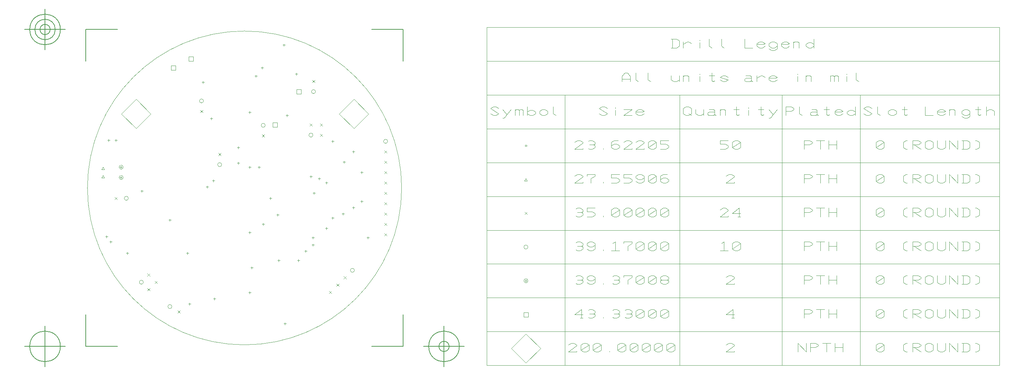
<source format=gbr>
G04 Generated by Ultiboard 13.0 *
%FSLAX25Y25*%
%MOIN*%

%ADD10C,0.00001*%
%ADD11C,0.00039*%
%ADD12C,0.00394*%
%ADD13C,0.00005*%
%ADD14C,0.00500*%


G04 ColorRGB 000000 for the following layer *
%LNDrill Symbols-Copper Top-Copper Bottom*%
%LPD*%
G54D11*
X429819Y-80000D02*
X432181Y-80000D01*
X431000Y-81181D02*
X431000Y-78819D01*
X429819Y-6000D02*
X432181Y-6000D01*
X431000Y-7181D02*
X431000Y-4819D01*
X440819Y-26000D02*
X443181Y-26000D01*
X442000Y-27181D02*
X442000Y-24819D01*
X231819Y-114000D02*
X234181Y-114000D01*
X233000Y-115181D02*
X233000Y-112819D01*
X383819Y-182000D02*
X386181Y-182000D01*
X385000Y-183181D02*
X385000Y-180819D01*
X439819Y-75969D02*
X442181Y-75969D01*
X441000Y-77150D02*
X441000Y-74787D01*
X304819Y51000D02*
X307181Y51000D01*
X306000Y49819D02*
X306000Y52181D01*
X312819Y16000D02*
X315181Y16000D01*
X314000Y14819D02*
X314000Y17181D01*
X349819Y22000D02*
X352181Y22000D01*
X351000Y20819D02*
X351000Y23181D01*
X449819Y-70000D02*
X452181Y-70000D01*
X451000Y-71181D02*
X451000Y-68819D01*
X449819Y-16000D02*
X452181Y-16000D01*
X451000Y-17181D02*
X451000Y-14819D01*
X463819Y-99000D02*
X466181Y-99000D01*
X465000Y-100181D02*
X465000Y-97819D01*
X457819Y-64000D02*
X460181Y-64000D01*
X459000Y-65181D02*
X459000Y-62819D01*
X457819Y-36000D02*
X460181Y-36000D01*
X459000Y-37181D02*
X459000Y-34819D01*
X423819Y-90000D02*
X426181Y-90000D01*
X425000Y-91181D02*
X425000Y-88819D01*
X423819Y-46000D02*
X426181Y-46000D01*
X425000Y-47181D02*
X425000Y-44819D01*
X416819Y-42000D02*
X419181Y-42000D01*
X418000Y-43181D02*
X418000Y-40819D01*
X408819Y-40000D02*
X411181Y-40000D01*
X410000Y-41181D02*
X410000Y-38819D01*
X315819Y-158000D02*
X318181Y-158000D01*
X317000Y-159181D02*
X317000Y-156819D01*
X349819Y-152000D02*
X352181Y-152000D01*
X351000Y-153181D02*
X351000Y-150819D01*
X308819Y-50000D02*
X311181Y-50000D01*
X310000Y-51181D02*
X310000Y-48819D01*
X291819Y-163000D02*
X294181Y-163000D01*
X293000Y-164181D02*
X293000Y-161819D01*
X394819Y59000D02*
X397181Y59000D01*
X396000Y57819D02*
X396000Y60181D01*
X385819Y19000D02*
X388181Y19000D01*
X387000Y17819D02*
X387000Y20181D01*
X355819Y57000D02*
X358181Y57000D01*
X357000Y55819D02*
X357000Y58181D01*
X382819Y87000D02*
X385181Y87000D01*
X384000Y85819D02*
X384000Y88181D01*
X361819Y65000D02*
X364181Y65000D01*
X363000Y63819D02*
X363000Y66181D01*
X252334Y-136166D02*
X254808Y-133691D01*
X252334Y-133691D02*
X254808Y-136166D01*
X259405Y-143237D02*
X261880Y-140763D01*
X259405Y-140763D02*
X261880Y-143237D01*
X252334Y-150308D02*
X254808Y-147834D01*
X252334Y-147834D02*
X254808Y-150308D01*
X244542Y-142000D02*
G75*
D01*
G02X244542Y-142000I1958J0*
G01*
X272042Y-165500D02*
G75*
D01*
G02X272042Y-165500I1958J0*
G01*
X281423Y-171737D02*
X283898Y-169263D01*
X281423Y-169263D02*
X283898Y-171737D01*
X408763Y8763D02*
X411237Y11237D01*
X408763Y11237D02*
X411237Y8763D01*
X418763Y-1237D02*
X421237Y1237D01*
X418763Y1237D02*
X421237Y-1237D01*
X408042Y0D02*
G75*
D01*
G02X408042Y0I1958J0*
G01*
X418763Y8763D02*
X421237Y11237D01*
X418763Y11237D02*
X421237Y8763D01*
X302542Y33000D02*
G75*
D01*
G02X302542Y33000I1958J0*
G01*
X303263Y21763D02*
X305737Y24237D01*
X303263Y24237D02*
X305737Y21763D01*
X427549Y-152951D02*
X430024Y-150476D01*
X427549Y-150476D02*
X430024Y-152951D01*
X441692Y-138808D02*
X444166Y-136334D01*
X441692Y-136334D02*
X444166Y-138808D01*
X434620Y-145880D02*
X437095Y-143405D01*
X434620Y-143405D02*
X437095Y-145880D01*
X448042Y-130500D02*
G75*
D01*
G02X448042Y-130500I1958J0*
G01*
X338850Y-12000D02*
X341213Y-12000D01*
X340031Y-13181D02*
X340031Y-10819D01*
X213819Y-5000D02*
X216181Y-5000D01*
X215000Y-6181D02*
X215000Y-3819D01*
X220819Y-5000D02*
X223181Y-5000D01*
X222000Y-6181D02*
X222000Y-3819D01*
X245819Y-54000D02*
X248181Y-54000D01*
X247000Y-55181D02*
X247000Y-52819D01*
X362042Y9500D02*
G75*
D01*
G02X362042Y9500I1958J0*
G01*
X362763Y-1737D02*
X365237Y737D01*
X362763Y737D02*
X365237Y-1737D01*
X338819Y-27000D02*
X341181Y-27000D01*
X340000Y-28181D02*
X340000Y-25819D01*
X272819Y-82000D02*
X275181Y-82000D01*
X274000Y-83181D02*
X274000Y-80819D01*
X377819Y-121000D02*
X380181Y-121000D01*
X379000Y-122181D02*
X379000Y-119819D01*
X314819Y-44000D02*
X317181Y-44000D01*
X316000Y-45181D02*
X316000Y-42819D01*
X410819Y-106000D02*
X413181Y-106000D01*
X412000Y-107181D02*
X412000Y-104819D01*
X410819Y-99000D02*
X413181Y-99000D01*
X412000Y-100181D02*
X412000Y-97819D01*
X351819Y-128000D02*
X354181Y-128000D01*
X353000Y-129181D02*
X353000Y-126819D01*
X411819Y-56000D02*
X414181Y-56000D01*
X413000Y-57181D02*
X413000Y-54819D01*
X208173Y-33390D02*
X210929Y-33390D01*
X209551Y-31037D01*
X208173Y-33390D01*
X208173Y-41264D02*
X210929Y-41264D01*
X209551Y-38911D01*
X208173Y-41264D01*
X230042Y-61000D02*
G75*
D01*
G02X230042Y-61000I1958J0*
G01*
X220763Y-62237D02*
X223237Y-59763D01*
X220763Y-59763D02*
X223237Y-62237D01*
X411263Y50763D02*
X413737Y53237D01*
X411263Y53237D02*
X413737Y50763D01*
X410542Y42000D02*
G75*
D01*
G02X410542Y42000I1958J0*
G01*
X480042Y-6000D02*
G75*
D01*
G02X480042Y-6000I1958J0*
G01*
X480763Y-87237D02*
X483237Y-84763D01*
X480763Y-84763D02*
X483237Y-87237D01*
X480763Y-17237D02*
X483237Y-14763D01*
X480763Y-14763D02*
X483237Y-17237D01*
X480763Y-27237D02*
X483237Y-24763D01*
X480763Y-24763D02*
X483237Y-27237D01*
X480763Y-67237D02*
X483237Y-64763D01*
X480763Y-64763D02*
X483237Y-67237D01*
X480763Y-37237D02*
X483237Y-34763D01*
X480763Y-34763D02*
X483237Y-37237D01*
X480763Y-47237D02*
X483237Y-44763D01*
X480763Y-44763D02*
X483237Y-47237D01*
X480763Y-57237D02*
X483237Y-54763D01*
X480763Y-54763D02*
X483237Y-57237D01*
X480763Y-97237D02*
X483237Y-94763D01*
X480763Y-94763D02*
X483237Y-97237D01*
X480763Y-77237D02*
X483237Y-74763D01*
X480763Y-74763D02*
X483237Y-77237D01*
X320042Y-28500D02*
G75*
D01*
G02X320042Y-28500I1958J0*
G01*
X320763Y-19737D02*
X323237Y-17263D01*
X320763Y-17263D02*
X323237Y-19737D01*
X369819Y-61000D02*
X372181Y-61000D01*
X371000Y-62181D02*
X371000Y-59819D01*
X396819Y-121000D02*
X399181Y-121000D01*
X398000Y-122181D02*
X398000Y-119819D01*
X349819Y-31000D02*
X352181Y-31000D01*
X351000Y-32181D02*
X351000Y-29819D01*
X289819Y-114000D02*
X292181Y-114000D01*
X291000Y-115181D02*
X291000Y-112819D01*
X362819Y-86000D02*
X365181Y-86000D01*
X364000Y-87181D02*
X364000Y-84819D01*
X215819Y-103000D02*
X218181Y-103000D01*
X217000Y-104181D02*
X217000Y-101819D01*
X211819Y-98000D02*
X214181Y-98000D01*
X213000Y-99181D02*
X213000Y-96819D01*
X349819Y-94000D02*
X352181Y-94000D01*
X351000Y-95181D02*
X351000Y-92819D01*
X376819Y-77000D02*
X379181Y-77000D01*
X378000Y-78181D02*
X378000Y-75819D01*
X403819Y-112000D02*
X406181Y-112000D01*
X405000Y-113181D02*
X405000Y-110819D01*
X358819Y-31000D02*
X361181Y-31000D01*
X360000Y-32181D02*
X360000Y-29819D01*
X615325Y-108053D02*
G75*
D01*
G02X615325Y-108053I1958J0*
G01*
X616046Y-76675D02*
X618521Y-74200D01*
X616046Y-74200D02*
X618521Y-76675D01*
X615905Y-44201D02*
X618661Y-44201D01*
X617283Y-41848D01*
X615905Y-44201D01*
X617283Y-11389D02*
X617283Y-9027D01*
X616102Y-10208D02*
X618464Y-10208D01*
G54D12*
X373334Y7834D02*
X377667Y7834D01*
X377667Y12167D01*
X373334Y12167D01*
X373334Y7834D01*
X292334Y71334D02*
X296667Y71334D01*
X296667Y75667D01*
X292334Y75667D01*
X292334Y71334D01*
X396334Y39834D02*
X400667Y39834D01*
X400667Y44167D01*
X396334Y44167D01*
X396334Y39834D01*
X451500Y6358D02*
X465642Y20500D01*
X451500Y34642D01*
X437358Y20500D01*
X451500Y6358D01*
X241500Y6358D02*
X255642Y20500D01*
X241500Y34642D01*
X227358Y20500D01*
X241500Y6358D01*
X225083Y-40949D02*
G75*
D01*
G02X225083Y-40949I1968J0*
G01*
X226286Y-41511D02*
X226286Y-40668D01*
X226723Y-40105D01*
X227161Y-40105D01*
X227598Y-40668D01*
X227598Y-41511D01*
X226286Y-41089D02*
X227598Y-41089D01*
X225083Y-30949D02*
G75*
D01*
G02X225083Y-30949I1968J0*
G01*
X226286Y-31511D02*
X226286Y-30668D01*
X226723Y-30105D01*
X227161Y-30105D01*
X227598Y-30668D01*
X227598Y-31511D01*
X226286Y-31089D02*
X227598Y-31089D01*
X275334Y62834D02*
X279667Y62834D01*
X279667Y67167D01*
X275334Y67167D01*
X275334Y62834D01*
X617283Y-220040D02*
X631425Y-205898D01*
X617283Y-191756D01*
X603141Y-205898D01*
X617283Y-220040D01*
X658359Y-202523D02*
X660984Y-200836D01*
X663609Y-200836D01*
X666233Y-202523D01*
X666233Y-203367D01*
X658359Y-209272D01*
X666233Y-209272D01*
X666233Y-208429D01*
X670170Y-202523D02*
X672795Y-200836D01*
X675420Y-200836D01*
X678044Y-202523D01*
X678044Y-207585D01*
X675420Y-209272D01*
X672795Y-209272D01*
X670170Y-207585D01*
X670170Y-202523D01*
X678044Y-202523D02*
X670170Y-207585D01*
X681981Y-202523D02*
X684606Y-200836D01*
X687231Y-200836D01*
X689855Y-202523D01*
X689855Y-207585D01*
X687231Y-209272D01*
X684606Y-209272D01*
X681981Y-207585D01*
X681981Y-202523D01*
X689855Y-202523D02*
X681981Y-207585D01*
X697729Y-209272D02*
X697729Y-208429D01*
X705603Y-202523D02*
X708228Y-200836D01*
X710853Y-200836D01*
X713477Y-202523D01*
X713477Y-207585D01*
X710853Y-209272D01*
X708228Y-209272D01*
X705603Y-207585D01*
X705603Y-202523D01*
X713477Y-202523D02*
X705603Y-207585D01*
X717414Y-202523D02*
X720039Y-200836D01*
X722664Y-200836D01*
X725288Y-202523D01*
X725288Y-207585D01*
X722664Y-209272D01*
X720039Y-209272D01*
X717414Y-207585D01*
X717414Y-202523D01*
X725288Y-202523D02*
X717414Y-207585D01*
X729225Y-202523D02*
X731850Y-200836D01*
X734475Y-200836D01*
X737099Y-202523D01*
X737099Y-207585D01*
X734475Y-209272D01*
X731850Y-209272D01*
X729225Y-207585D01*
X729225Y-202523D01*
X737099Y-202523D02*
X729225Y-207585D01*
X741036Y-202523D02*
X743661Y-200836D01*
X746286Y-200836D01*
X748910Y-202523D01*
X748910Y-207585D01*
X746286Y-209272D01*
X743661Y-209272D01*
X741036Y-207585D01*
X741036Y-202523D01*
X748910Y-202523D02*
X741036Y-207585D01*
X752847Y-202523D02*
X755472Y-200836D01*
X758097Y-200836D01*
X760721Y-202523D01*
X760721Y-207585D01*
X758097Y-209272D01*
X755472Y-209272D01*
X752847Y-207585D01*
X752847Y-202523D01*
X760721Y-202523D02*
X752847Y-207585D01*
X810328Y-202523D02*
X812952Y-200836D01*
X815577Y-200836D01*
X818202Y-202523D01*
X818202Y-203367D01*
X810328Y-209272D01*
X818202Y-209272D01*
X818202Y-208429D01*
X879619Y-209272D02*
X879619Y-200836D01*
X887493Y-209272D01*
X887493Y-200836D01*
X891430Y-209272D02*
X891430Y-200836D01*
X896679Y-200836D01*
X899304Y-202523D01*
X899304Y-203367D01*
X896679Y-205054D01*
X891430Y-205054D01*
X907178Y-209272D02*
X907178Y-200836D01*
X903241Y-200836D02*
X911115Y-200836D01*
X915052Y-209272D02*
X915052Y-200836D01*
X922926Y-209272D02*
X922926Y-200836D01*
X915052Y-205054D02*
X922926Y-205054D01*
X954816Y-202523D02*
X957441Y-200836D01*
X960065Y-200836D01*
X962690Y-202523D01*
X962690Y-207585D01*
X960065Y-209272D01*
X957441Y-209272D01*
X954816Y-207585D01*
X954816Y-202523D01*
X962690Y-202523D02*
X954816Y-207585D01*
X985000Y-209272D02*
X983687Y-209272D01*
X981063Y-207585D01*
X981063Y-202523D01*
X983687Y-200836D01*
X985000Y-200836D01*
X990249Y-209272D02*
X990249Y-200836D01*
X995498Y-200836D01*
X998123Y-202523D01*
X998123Y-203367D01*
X995498Y-205054D01*
X990249Y-205054D01*
X991561Y-205054D02*
X998123Y-209272D01*
X1002060Y-207585D02*
X1004685Y-209272D01*
X1007309Y-209272D01*
X1009934Y-207585D01*
X1009934Y-202523D01*
X1007309Y-200836D01*
X1004685Y-200836D01*
X1002060Y-202523D01*
X1002060Y-207585D01*
X1013871Y-200836D02*
X1013871Y-207585D01*
X1016496Y-209272D01*
X1019120Y-209272D01*
X1021745Y-207585D01*
X1021745Y-200836D01*
X1025682Y-209272D02*
X1025682Y-200836D01*
X1033556Y-209272D01*
X1033556Y-200836D01*
X1037493Y-209272D02*
X1042742Y-209272D01*
X1045367Y-207585D01*
X1045367Y-202523D01*
X1042742Y-200836D01*
X1037493Y-200836D01*
X1038805Y-200836D02*
X1038805Y-209272D01*
X1050616Y-200836D02*
X1051929Y-200836D01*
X1054553Y-202523D01*
X1054553Y-207585D01*
X1051929Y-209272D01*
X1050616Y-209272D01*
X615117Y-175449D02*
X619450Y-175449D01*
X619450Y-171116D01*
X615117Y-171116D01*
X615117Y-175449D01*
X672139Y-173283D02*
X664265Y-173283D01*
X670826Y-168221D01*
X670826Y-176657D01*
X669514Y-176657D02*
X672139Y-176657D01*
X677388Y-169065D02*
X678700Y-168221D01*
X681325Y-168221D01*
X683950Y-169908D01*
X683950Y-171595D01*
X682637Y-172439D01*
X683950Y-173283D01*
X683950Y-174970D01*
X681325Y-176657D01*
X678700Y-176657D01*
X677388Y-175814D01*
X678700Y-172439D02*
X682637Y-172439D01*
X691824Y-176657D02*
X691824Y-175814D01*
X701010Y-169065D02*
X702323Y-168221D01*
X704947Y-168221D01*
X707572Y-169908D01*
X707572Y-171595D01*
X706260Y-172439D01*
X707572Y-173283D01*
X707572Y-174970D01*
X704947Y-176657D01*
X702323Y-176657D01*
X701010Y-175814D01*
X702323Y-172439D02*
X706260Y-172439D01*
X712821Y-169065D02*
X714134Y-168221D01*
X716758Y-168221D01*
X719383Y-169908D01*
X719383Y-171595D01*
X718071Y-172439D01*
X719383Y-173283D01*
X719383Y-174970D01*
X716758Y-176657D01*
X714134Y-176657D01*
X712821Y-175814D01*
X714134Y-172439D02*
X718071Y-172439D01*
X723320Y-169908D02*
X725945Y-168221D01*
X728569Y-168221D01*
X731194Y-169908D01*
X731194Y-174970D01*
X728569Y-176657D01*
X725945Y-176657D01*
X723320Y-174970D01*
X723320Y-169908D01*
X731194Y-169908D02*
X723320Y-174970D01*
X735131Y-169908D02*
X737756Y-168221D01*
X740380Y-168221D01*
X743005Y-169908D01*
X743005Y-174970D01*
X740380Y-176657D01*
X737756Y-176657D01*
X735131Y-174970D01*
X735131Y-169908D01*
X743005Y-169908D02*
X735131Y-174970D01*
X746942Y-169908D02*
X749567Y-168221D01*
X752191Y-168221D01*
X754816Y-169908D01*
X754816Y-174970D01*
X752191Y-176657D01*
X749567Y-176657D01*
X746942Y-174970D01*
X746942Y-169908D01*
X754816Y-169908D02*
X746942Y-174970D01*
X818202Y-173283D02*
X810328Y-173283D01*
X816889Y-168221D01*
X816889Y-176657D01*
X815577Y-176657D02*
X818202Y-176657D01*
X885525Y-176657D02*
X885525Y-168221D01*
X890774Y-168221D01*
X893399Y-169908D01*
X893399Y-170752D01*
X890774Y-172439D01*
X885525Y-172439D01*
X901273Y-176657D02*
X901273Y-168221D01*
X897336Y-168221D02*
X905210Y-168221D01*
X909147Y-176657D02*
X909147Y-168221D01*
X917021Y-176657D02*
X917021Y-168221D01*
X909147Y-172439D02*
X917021Y-172439D01*
X954816Y-169908D02*
X957441Y-168221D01*
X960065Y-168221D01*
X962690Y-169908D01*
X962690Y-174970D01*
X960065Y-176657D01*
X957441Y-176657D01*
X954816Y-174970D01*
X954816Y-169908D01*
X962690Y-169908D02*
X954816Y-174970D01*
X985000Y-176657D02*
X983687Y-176657D01*
X981063Y-174970D01*
X981063Y-169908D01*
X983687Y-168221D01*
X985000Y-168221D01*
X990249Y-176657D02*
X990249Y-168221D01*
X995498Y-168221D01*
X998123Y-169908D01*
X998123Y-170752D01*
X995498Y-172439D01*
X990249Y-172439D01*
X991561Y-172439D02*
X998123Y-176657D01*
X1002060Y-174970D02*
X1004685Y-176657D01*
X1007309Y-176657D01*
X1009934Y-174970D01*
X1009934Y-169908D01*
X1007309Y-168221D01*
X1004685Y-168221D01*
X1002060Y-169908D01*
X1002060Y-174970D01*
X1013871Y-168221D02*
X1013871Y-174970D01*
X1016496Y-176657D01*
X1019120Y-176657D01*
X1021745Y-174970D01*
X1021745Y-168221D01*
X1025682Y-176657D02*
X1025682Y-168221D01*
X1033556Y-176657D01*
X1033556Y-168221D01*
X1037493Y-176657D02*
X1042742Y-176657D01*
X1045367Y-174970D01*
X1045367Y-169908D01*
X1042742Y-168221D01*
X1037493Y-168221D01*
X1038805Y-168221D02*
X1038805Y-176657D01*
X1050616Y-168221D02*
X1051929Y-168221D01*
X1054553Y-169908D01*
X1054553Y-174970D01*
X1051929Y-176657D01*
X1050616Y-176657D01*
X615315Y-140668D02*
G75*
D01*
G02X615315Y-140668I1968J0*
G01*
X616518Y-141230D02*
X616518Y-140387D01*
X616955Y-139824D01*
X617393Y-139824D01*
X617830Y-140387D01*
X617830Y-141230D01*
X616518Y-140808D02*
X617830Y-140808D01*
X665577Y-136450D02*
X666889Y-135606D01*
X669514Y-135606D01*
X672139Y-137293D01*
X672139Y-138980D01*
X670826Y-139824D01*
X672139Y-140668D01*
X672139Y-142355D01*
X669514Y-144042D01*
X666889Y-144042D01*
X665577Y-143199D01*
X666889Y-139824D02*
X670826Y-139824D01*
X676076Y-142355D02*
X678700Y-144042D01*
X681325Y-144042D01*
X683950Y-142355D01*
X683950Y-138980D01*
X683950Y-137293D01*
X681325Y-135606D01*
X678700Y-135606D01*
X676076Y-137293D01*
X676076Y-138980D01*
X678700Y-140668D01*
X681325Y-140668D01*
X683950Y-138980D01*
X691824Y-144042D02*
X691824Y-143199D01*
X701010Y-136450D02*
X702323Y-135606D01*
X704947Y-135606D01*
X707572Y-137293D01*
X707572Y-138980D01*
X706260Y-139824D01*
X707572Y-140668D01*
X707572Y-142355D01*
X704947Y-144042D01*
X702323Y-144042D01*
X701010Y-143199D01*
X702323Y-139824D02*
X706260Y-139824D01*
X715446Y-144042D02*
X715446Y-139824D01*
X719383Y-137293D01*
X719383Y-135606D01*
X711509Y-135606D01*
X711509Y-137293D01*
X723320Y-137293D02*
X725945Y-135606D01*
X728569Y-135606D01*
X731194Y-137293D01*
X731194Y-142355D01*
X728569Y-144042D01*
X725945Y-144042D01*
X723320Y-142355D01*
X723320Y-137293D01*
X731194Y-137293D02*
X723320Y-142355D01*
X735131Y-137293D02*
X737756Y-135606D01*
X740380Y-135606D01*
X743005Y-137293D01*
X743005Y-142355D01*
X740380Y-144042D01*
X737756Y-144042D01*
X735131Y-142355D01*
X735131Y-137293D01*
X743005Y-137293D02*
X735131Y-142355D01*
X752191Y-144042D02*
X749567Y-144042D01*
X746942Y-142355D01*
X746942Y-140668D01*
X748254Y-139824D01*
X746942Y-138980D01*
X746942Y-137293D01*
X749567Y-135606D01*
X752191Y-135606D01*
X754816Y-137293D01*
X754816Y-138980D01*
X753504Y-139824D01*
X754816Y-140668D01*
X754816Y-142355D01*
X752191Y-144042D01*
X748254Y-139824D02*
X753504Y-139824D01*
X810328Y-137293D02*
X812952Y-135606D01*
X815577Y-135606D01*
X818202Y-137293D01*
X818202Y-138137D01*
X810328Y-144042D01*
X818202Y-144042D01*
X818202Y-143199D01*
X885525Y-144042D02*
X885525Y-135606D01*
X890774Y-135606D01*
X893399Y-137293D01*
X893399Y-138137D01*
X890774Y-139824D01*
X885525Y-139824D01*
X901273Y-144042D02*
X901273Y-135606D01*
X897336Y-135606D02*
X905210Y-135606D01*
X909147Y-144042D02*
X909147Y-135606D01*
X917021Y-144042D02*
X917021Y-135606D01*
X909147Y-139824D02*
X917021Y-139824D01*
X954816Y-137293D02*
X957441Y-135606D01*
X960065Y-135606D01*
X962690Y-137293D01*
X962690Y-142355D01*
X960065Y-144042D01*
X957441Y-144042D01*
X954816Y-142355D01*
X954816Y-137293D01*
X962690Y-137293D02*
X954816Y-142355D01*
X985000Y-144042D02*
X983687Y-144042D01*
X981063Y-142355D01*
X981063Y-137293D01*
X983687Y-135606D01*
X985000Y-135606D01*
X990249Y-144042D02*
X990249Y-135606D01*
X995498Y-135606D01*
X998123Y-137293D01*
X998123Y-138137D01*
X995498Y-139824D01*
X990249Y-139824D01*
X991561Y-139824D02*
X998123Y-144042D01*
X1002060Y-142355D02*
X1004685Y-144042D01*
X1007309Y-144042D01*
X1009934Y-142355D01*
X1009934Y-137293D01*
X1007309Y-135606D01*
X1004685Y-135606D01*
X1002060Y-137293D01*
X1002060Y-142355D01*
X1013871Y-135606D02*
X1013871Y-142355D01*
X1016496Y-144042D01*
X1019120Y-144042D01*
X1021745Y-142355D01*
X1021745Y-135606D01*
X1025682Y-144042D02*
X1025682Y-135606D01*
X1033556Y-144042D01*
X1033556Y-135606D01*
X1037493Y-144042D02*
X1042742Y-144042D01*
X1045367Y-142355D01*
X1045367Y-137293D01*
X1042742Y-135606D01*
X1037493Y-135606D01*
X1038805Y-135606D02*
X1038805Y-144042D01*
X1050616Y-135606D02*
X1051929Y-135606D01*
X1054553Y-137293D01*
X1054553Y-142355D01*
X1051929Y-144042D01*
X1050616Y-144042D01*
X665577Y-103835D02*
X666889Y-102991D01*
X669514Y-102991D01*
X672139Y-104678D01*
X672139Y-106365D01*
X670826Y-107209D01*
X672139Y-108053D01*
X672139Y-109740D01*
X669514Y-111427D01*
X666889Y-111427D01*
X665577Y-110584D01*
X666889Y-107209D02*
X670826Y-107209D01*
X676076Y-109740D02*
X678700Y-111427D01*
X681325Y-111427D01*
X683950Y-109740D01*
X683950Y-106365D01*
X683950Y-104678D01*
X681325Y-102991D01*
X678700Y-102991D01*
X676076Y-104678D01*
X676076Y-106365D01*
X678700Y-108053D01*
X681325Y-108053D01*
X683950Y-106365D01*
X691824Y-111427D02*
X691824Y-110584D01*
X701010Y-104678D02*
X703635Y-102991D01*
X703635Y-111427D01*
X699698Y-111427D02*
X707572Y-111427D01*
X715446Y-111427D02*
X715446Y-107209D01*
X719383Y-104678D01*
X719383Y-102991D01*
X711509Y-102991D01*
X711509Y-104678D01*
X723320Y-104678D02*
X725945Y-102991D01*
X728569Y-102991D01*
X731194Y-104678D01*
X731194Y-109740D01*
X728569Y-111427D01*
X725945Y-111427D01*
X723320Y-109740D01*
X723320Y-104678D01*
X731194Y-104678D02*
X723320Y-109740D01*
X735131Y-104678D02*
X737756Y-102991D01*
X740380Y-102991D01*
X743005Y-104678D01*
X743005Y-109740D01*
X740380Y-111427D01*
X737756Y-111427D01*
X735131Y-109740D01*
X735131Y-104678D01*
X743005Y-104678D02*
X735131Y-109740D01*
X746942Y-104678D02*
X749567Y-102991D01*
X752191Y-102991D01*
X754816Y-104678D01*
X754816Y-109740D01*
X752191Y-111427D01*
X749567Y-111427D01*
X746942Y-109740D01*
X746942Y-104678D01*
X754816Y-104678D02*
X746942Y-109740D01*
X805735Y-104678D02*
X808359Y-102991D01*
X808359Y-111427D01*
X804422Y-111427D02*
X812296Y-111427D01*
X816233Y-104678D02*
X818858Y-102991D01*
X821483Y-102991D01*
X824107Y-104678D01*
X824107Y-109740D01*
X821483Y-111427D01*
X818858Y-111427D01*
X816233Y-109740D01*
X816233Y-104678D01*
X824107Y-104678D02*
X816233Y-109740D01*
X885525Y-111427D02*
X885525Y-102991D01*
X890774Y-102991D01*
X893399Y-104678D01*
X893399Y-105522D01*
X890774Y-107209D01*
X885525Y-107209D01*
X901273Y-111427D02*
X901273Y-102991D01*
X897336Y-102991D02*
X905210Y-102991D01*
X909147Y-111427D02*
X909147Y-102991D01*
X917021Y-111427D02*
X917021Y-102991D01*
X909147Y-107209D02*
X917021Y-107209D01*
X954816Y-104678D02*
X957441Y-102991D01*
X960065Y-102991D01*
X962690Y-104678D01*
X962690Y-109740D01*
X960065Y-111427D01*
X957441Y-111427D01*
X954816Y-109740D01*
X954816Y-104678D01*
X962690Y-104678D02*
X954816Y-109740D01*
X985000Y-111427D02*
X983687Y-111427D01*
X981063Y-109740D01*
X981063Y-104678D01*
X983687Y-102991D01*
X985000Y-102991D01*
X990249Y-111427D02*
X990249Y-102991D01*
X995498Y-102991D01*
X998123Y-104678D01*
X998123Y-105522D01*
X995498Y-107209D01*
X990249Y-107209D01*
X991561Y-107209D02*
X998123Y-111427D01*
X1002060Y-109740D02*
X1004685Y-111427D01*
X1007309Y-111427D01*
X1009934Y-109740D01*
X1009934Y-104678D01*
X1007309Y-102991D01*
X1004685Y-102991D01*
X1002060Y-104678D01*
X1002060Y-109740D01*
X1013871Y-102991D02*
X1013871Y-109740D01*
X1016496Y-111427D01*
X1019120Y-111427D01*
X1021745Y-109740D01*
X1021745Y-102991D01*
X1025682Y-111427D02*
X1025682Y-102991D01*
X1033556Y-111427D01*
X1033556Y-102991D01*
X1037493Y-111427D02*
X1042742Y-111427D01*
X1045367Y-109740D01*
X1045367Y-104678D01*
X1042742Y-102991D01*
X1037493Y-102991D01*
X1038805Y-102991D02*
X1038805Y-111427D01*
X1050616Y-102991D02*
X1051929Y-102991D01*
X1054553Y-104678D01*
X1054553Y-109740D01*
X1051929Y-111427D01*
X1050616Y-111427D01*
X665577Y-71220D02*
X666889Y-70376D01*
X669514Y-70376D01*
X672139Y-72063D01*
X672139Y-73751D01*
X670826Y-74594D01*
X672139Y-75438D01*
X672139Y-77125D01*
X669514Y-78812D01*
X666889Y-78812D01*
X665577Y-77969D01*
X666889Y-74594D02*
X670826Y-74594D01*
X683950Y-70376D02*
X676076Y-70376D01*
X676076Y-73751D01*
X681325Y-73751D01*
X683950Y-75438D01*
X683950Y-77125D01*
X681325Y-78812D01*
X676076Y-78812D01*
X691824Y-78812D02*
X691824Y-77969D01*
X699698Y-72063D02*
X702323Y-70376D01*
X704947Y-70376D01*
X707572Y-72063D01*
X707572Y-77125D01*
X704947Y-78812D01*
X702323Y-78812D01*
X699698Y-77125D01*
X699698Y-72063D01*
X707572Y-72063D02*
X699698Y-77125D01*
X711509Y-72063D02*
X714134Y-70376D01*
X716758Y-70376D01*
X719383Y-72063D01*
X719383Y-77125D01*
X716758Y-78812D01*
X714134Y-78812D01*
X711509Y-77125D01*
X711509Y-72063D01*
X719383Y-72063D02*
X711509Y-77125D01*
X723320Y-72063D02*
X725945Y-70376D01*
X728569Y-70376D01*
X731194Y-72063D01*
X731194Y-77125D01*
X728569Y-78812D01*
X725945Y-78812D01*
X723320Y-77125D01*
X723320Y-72063D01*
X731194Y-72063D02*
X723320Y-77125D01*
X735131Y-72063D02*
X737756Y-70376D01*
X740380Y-70376D01*
X743005Y-72063D01*
X743005Y-77125D01*
X740380Y-78812D01*
X737756Y-78812D01*
X735131Y-77125D01*
X735131Y-72063D01*
X743005Y-72063D02*
X735131Y-77125D01*
X746942Y-72063D02*
X749567Y-70376D01*
X752191Y-70376D01*
X754816Y-72063D01*
X754816Y-77125D01*
X752191Y-78812D01*
X749567Y-78812D01*
X746942Y-77125D01*
X746942Y-72063D01*
X754816Y-72063D02*
X746942Y-77125D01*
X804422Y-72063D02*
X807047Y-70376D01*
X809672Y-70376D01*
X812296Y-72063D01*
X812296Y-72907D01*
X804422Y-78812D01*
X812296Y-78812D01*
X812296Y-77969D01*
X824107Y-75438D02*
X816233Y-75438D01*
X822795Y-70376D01*
X822795Y-78812D01*
X821483Y-78812D02*
X824107Y-78812D01*
X885525Y-78812D02*
X885525Y-70376D01*
X890774Y-70376D01*
X893399Y-72063D01*
X893399Y-72907D01*
X890774Y-74594D01*
X885525Y-74594D01*
X901273Y-78812D02*
X901273Y-70376D01*
X897336Y-70376D02*
X905210Y-70376D01*
X909147Y-78812D02*
X909147Y-70376D01*
X917021Y-78812D02*
X917021Y-70376D01*
X909147Y-74594D02*
X917021Y-74594D01*
X954816Y-72063D02*
X957441Y-70376D01*
X960065Y-70376D01*
X962690Y-72063D01*
X962690Y-77125D01*
X960065Y-78812D01*
X957441Y-78812D01*
X954816Y-77125D01*
X954816Y-72063D01*
X962690Y-72063D02*
X954816Y-77125D01*
X985000Y-78812D02*
X983687Y-78812D01*
X981063Y-77125D01*
X981063Y-72063D01*
X983687Y-70376D01*
X985000Y-70376D01*
X990249Y-78812D02*
X990249Y-70376D01*
X995498Y-70376D01*
X998123Y-72063D01*
X998123Y-72907D01*
X995498Y-74594D01*
X990249Y-74594D01*
X991561Y-74594D02*
X998123Y-78812D01*
X1002060Y-77125D02*
X1004685Y-78812D01*
X1007309Y-78812D01*
X1009934Y-77125D01*
X1009934Y-72063D01*
X1007309Y-70376D01*
X1004685Y-70376D01*
X1002060Y-72063D01*
X1002060Y-77125D01*
X1013871Y-70376D02*
X1013871Y-77125D01*
X1016496Y-78812D01*
X1019120Y-78812D01*
X1021745Y-77125D01*
X1021745Y-70376D01*
X1025682Y-78812D02*
X1025682Y-70376D01*
X1033556Y-78812D01*
X1033556Y-70376D01*
X1037493Y-78812D02*
X1042742Y-78812D01*
X1045367Y-77125D01*
X1045367Y-72063D01*
X1042742Y-70376D01*
X1037493Y-70376D01*
X1038805Y-70376D02*
X1038805Y-78812D01*
X1050616Y-70376D02*
X1051929Y-70376D01*
X1054553Y-72063D01*
X1054553Y-77125D01*
X1051929Y-78812D01*
X1050616Y-78812D01*
X664265Y-39448D02*
X666889Y-37761D01*
X669514Y-37761D01*
X672139Y-39448D01*
X672139Y-40292D01*
X664265Y-46197D01*
X672139Y-46197D01*
X672139Y-45354D01*
X680013Y-46197D02*
X680013Y-41979D01*
X683950Y-39448D01*
X683950Y-37761D01*
X676076Y-37761D01*
X676076Y-39448D01*
X691824Y-46197D02*
X691824Y-45354D01*
X707572Y-37761D02*
X699698Y-37761D01*
X699698Y-41136D01*
X704947Y-41136D01*
X707572Y-42823D01*
X707572Y-44510D01*
X704947Y-46197D01*
X699698Y-46197D01*
X719383Y-37761D02*
X711509Y-37761D01*
X711509Y-41136D01*
X716758Y-41136D01*
X719383Y-42823D01*
X719383Y-44510D01*
X716758Y-46197D01*
X711509Y-46197D01*
X723320Y-44510D02*
X725945Y-46197D01*
X728569Y-46197D01*
X731194Y-44510D01*
X731194Y-41136D01*
X731194Y-39448D01*
X728569Y-37761D01*
X725945Y-37761D01*
X723320Y-39448D01*
X723320Y-41136D01*
X725945Y-42823D01*
X728569Y-42823D01*
X731194Y-41136D01*
X735131Y-39448D02*
X737756Y-37761D01*
X740380Y-37761D01*
X743005Y-39448D01*
X743005Y-44510D01*
X740380Y-46197D01*
X737756Y-46197D01*
X735131Y-44510D01*
X735131Y-39448D01*
X743005Y-39448D02*
X735131Y-44510D01*
X753504Y-37761D02*
X749567Y-37761D01*
X746942Y-39448D01*
X746942Y-42823D01*
X746942Y-44510D01*
X749567Y-46197D01*
X752191Y-46197D01*
X754816Y-44510D01*
X754816Y-42823D01*
X752191Y-41136D01*
X749567Y-41136D01*
X746942Y-42823D01*
X810328Y-39448D02*
X812952Y-37761D01*
X815577Y-37761D01*
X818202Y-39448D01*
X818202Y-40292D01*
X810328Y-46197D01*
X818202Y-46197D01*
X818202Y-45354D01*
X885525Y-46197D02*
X885525Y-37761D01*
X890774Y-37761D01*
X893399Y-39448D01*
X893399Y-40292D01*
X890774Y-41979D01*
X885525Y-41979D01*
X901273Y-46197D02*
X901273Y-37761D01*
X897336Y-37761D02*
X905210Y-37761D01*
X909147Y-46197D02*
X909147Y-37761D01*
X917021Y-46197D02*
X917021Y-37761D01*
X909147Y-41979D02*
X917021Y-41979D01*
X954816Y-39448D02*
X957441Y-37761D01*
X960065Y-37761D01*
X962690Y-39448D01*
X962690Y-44510D01*
X960065Y-46197D01*
X957441Y-46197D01*
X954816Y-44510D01*
X954816Y-39448D01*
X962690Y-39448D02*
X954816Y-44510D01*
X985000Y-46197D02*
X983687Y-46197D01*
X981063Y-44510D01*
X981063Y-39448D01*
X983687Y-37761D01*
X985000Y-37761D01*
X990249Y-46197D02*
X990249Y-37761D01*
X995498Y-37761D01*
X998123Y-39448D01*
X998123Y-40292D01*
X995498Y-41979D01*
X990249Y-41979D01*
X991561Y-41979D02*
X998123Y-46197D01*
X1002060Y-44510D02*
X1004685Y-46197D01*
X1007309Y-46197D01*
X1009934Y-44510D01*
X1009934Y-39448D01*
X1007309Y-37761D01*
X1004685Y-37761D01*
X1002060Y-39448D01*
X1002060Y-44510D01*
X1013871Y-37761D02*
X1013871Y-44510D01*
X1016496Y-46197D01*
X1019120Y-46197D01*
X1021745Y-44510D01*
X1021745Y-37761D01*
X1025682Y-46197D02*
X1025682Y-37761D01*
X1033556Y-46197D01*
X1033556Y-37761D01*
X1037493Y-46197D02*
X1042742Y-46197D01*
X1045367Y-44510D01*
X1045367Y-39448D01*
X1042742Y-37761D01*
X1037493Y-37761D01*
X1038805Y-37761D02*
X1038805Y-46197D01*
X1050616Y-37761D02*
X1051929Y-37761D01*
X1054553Y-39448D01*
X1054553Y-44510D01*
X1051929Y-46197D01*
X1050616Y-46197D01*
X664265Y-6833D02*
X666889Y-5146D01*
X669514Y-5146D01*
X672139Y-6833D01*
X672139Y-7677D01*
X664265Y-13582D01*
X672139Y-13582D01*
X672139Y-12739D01*
X677388Y-5990D02*
X678700Y-5146D01*
X681325Y-5146D01*
X683950Y-6833D01*
X683950Y-8521D01*
X682637Y-9364D01*
X683950Y-10208D01*
X683950Y-11895D01*
X681325Y-13582D01*
X678700Y-13582D01*
X677388Y-12739D01*
X678700Y-9364D02*
X682637Y-9364D01*
X691824Y-13582D02*
X691824Y-12739D01*
X706260Y-5146D02*
X702323Y-5146D01*
X699698Y-6833D01*
X699698Y-10208D01*
X699698Y-11895D01*
X702323Y-13582D01*
X704947Y-13582D01*
X707572Y-11895D01*
X707572Y-10208D01*
X704947Y-8521D01*
X702323Y-8521D01*
X699698Y-10208D01*
X711509Y-6833D02*
X714134Y-5146D01*
X716758Y-5146D01*
X719383Y-6833D01*
X719383Y-7677D01*
X711509Y-13582D01*
X719383Y-13582D01*
X719383Y-12739D01*
X723320Y-6833D02*
X725945Y-5146D01*
X728569Y-5146D01*
X731194Y-6833D01*
X731194Y-7677D01*
X723320Y-13582D01*
X731194Y-13582D01*
X731194Y-12739D01*
X735131Y-6833D02*
X737756Y-5146D01*
X740380Y-5146D01*
X743005Y-6833D01*
X743005Y-11895D01*
X740380Y-13582D01*
X737756Y-13582D01*
X735131Y-11895D01*
X735131Y-6833D01*
X743005Y-6833D02*
X735131Y-11895D01*
X754816Y-5146D02*
X746942Y-5146D01*
X746942Y-8521D01*
X752191Y-8521D01*
X754816Y-10208D01*
X754816Y-11895D01*
X752191Y-13582D01*
X746942Y-13582D01*
X812296Y-5146D02*
X804422Y-5146D01*
X804422Y-8521D01*
X809672Y-8521D01*
X812296Y-10208D01*
X812296Y-11895D01*
X809672Y-13582D01*
X804422Y-13582D01*
X816233Y-6833D02*
X818858Y-5146D01*
X821483Y-5146D01*
X824107Y-6833D01*
X824107Y-11895D01*
X821483Y-13582D01*
X818858Y-13582D01*
X816233Y-11895D01*
X816233Y-6833D01*
X824107Y-6833D02*
X816233Y-11895D01*
X885525Y-13582D02*
X885525Y-5146D01*
X890774Y-5146D01*
X893399Y-6833D01*
X893399Y-7677D01*
X890774Y-9364D01*
X885525Y-9364D01*
X901273Y-13582D02*
X901273Y-5146D01*
X897336Y-5146D02*
X905210Y-5146D01*
X909147Y-13582D02*
X909147Y-5146D01*
X917021Y-13582D02*
X917021Y-5146D01*
X909147Y-9364D02*
X917021Y-9364D01*
X954816Y-6833D02*
X957441Y-5146D01*
X960065Y-5146D01*
X962690Y-6833D01*
X962690Y-11895D01*
X960065Y-13582D01*
X957441Y-13582D01*
X954816Y-11895D01*
X954816Y-6833D01*
X962690Y-6833D02*
X954816Y-11895D01*
X985000Y-13582D02*
X983687Y-13582D01*
X981063Y-11895D01*
X981063Y-6833D01*
X983687Y-5146D01*
X985000Y-5146D01*
X990249Y-13582D02*
X990249Y-5146D01*
X995498Y-5146D01*
X998123Y-6833D01*
X998123Y-7677D01*
X995498Y-9364D01*
X990249Y-9364D01*
X991561Y-9364D02*
X998123Y-13582D01*
X1002060Y-11895D02*
X1004685Y-13582D01*
X1007309Y-13582D01*
X1009934Y-11895D01*
X1009934Y-6833D01*
X1007309Y-5146D01*
X1004685Y-5146D01*
X1002060Y-6833D01*
X1002060Y-11895D01*
X1013871Y-5146D02*
X1013871Y-11895D01*
X1016496Y-13582D01*
X1019120Y-13582D01*
X1021745Y-11895D01*
X1021745Y-5146D01*
X1025682Y-13582D02*
X1025682Y-5146D01*
X1033556Y-13582D01*
X1033556Y-5146D01*
X1037493Y-13582D02*
X1042742Y-13582D01*
X1045367Y-11895D01*
X1045367Y-6833D01*
X1042742Y-5146D01*
X1037493Y-5146D01*
X1038805Y-5146D02*
X1038805Y-13582D01*
X1050616Y-5146D02*
X1051929Y-5146D01*
X1054553Y-6833D01*
X1054553Y-11895D01*
X1051929Y-13582D01*
X1050616Y-13582D01*
G04 ColorRGB CC00FF for the following layer *
%LNBoard Outline*%
%LPD*%
G54D10*
G54D13*
X194524Y-51000D02*
G75*
D01*
G02X194524Y-51000I151476J0*
G01*
G54D14*
X193024Y-203976D02*
X193024Y-173381D01*
X193024Y-203976D02*
X223619Y-203976D01*
X498976Y-203976D02*
X468381Y-203976D01*
X498976Y-203976D02*
X498976Y-173381D01*
X498976Y101976D02*
X498976Y71381D01*
X498976Y101976D02*
X468381Y101976D01*
X193024Y101976D02*
X223619Y101976D01*
X193024Y101976D02*
X193024Y71381D01*
X173339Y-203976D02*
X133969Y-203976D01*
X153654Y-223661D02*
X153654Y-184291D01*
X138890Y-203976D02*
G75*
D01*
G02X138890Y-203976I14764J0*
G01*
X518661Y-203976D02*
X558031Y-203976D01*
X538346Y-223661D02*
X538346Y-184291D01*
X523582Y-203976D02*
G75*
D01*
G02X523582Y-203976I14764J0*
G01*
X533425Y-203976D02*
G75*
D01*
G02X533425Y-203976I4921J0*
G01*
X173339Y101976D02*
X133969Y101976D01*
X153654Y82291D02*
X153654Y121661D01*
X138890Y101976D02*
G75*
D01*
G02X138890Y101976I14764J0*
G01*
X143811Y101976D02*
G75*
D01*
G02X143811Y101976I9843J0*
G01*
X148733Y101976D02*
G75*
D01*
G02X148733Y101976I4921J0*
G01*
G04 ColorRGB 66FFCC for the following layer *
%LNLegend Description*%
%LPD*%
G54D12*
X579685Y-222205D02*
X1073779Y-222205D01*
X1073779Y103945D01*
X579685Y103945D01*
X579685Y-222205D01*
X654882Y38715D02*
X654882Y-222205D01*
X765512Y38715D02*
X765512Y-222205D01*
X864330Y38715D02*
X864330Y-222205D01*
X939527Y38715D02*
X939527Y-222205D01*
X1073779Y38715D02*
X1073779Y-222205D01*
X579685Y-189590D02*
X1073779Y-189590D01*
X579685Y-156975D02*
X1073779Y-156975D01*
X579685Y-124360D02*
X1073779Y-124360D01*
X579685Y-91745D02*
X1073779Y-91745D01*
X579685Y-59130D02*
X1073779Y-59130D01*
X579685Y-26515D02*
X1073779Y-26515D01*
X579685Y6100D02*
X1073779Y6100D01*
X583162Y20720D02*
X585787Y19033D01*
X588412Y19033D01*
X591036Y20720D01*
X583162Y25782D01*
X585787Y27469D01*
X588412Y27469D01*
X591036Y25782D01*
X594973Y16502D02*
X596286Y16502D01*
X602847Y24938D01*
X594973Y24938D02*
X598910Y19876D01*
X606784Y19033D02*
X606784Y24094D01*
X606784Y24938D01*
X606784Y24094D02*
X608097Y24938D01*
X609409Y24938D01*
X610721Y24094D01*
X612034Y24938D01*
X613346Y24938D01*
X614658Y24094D01*
X614658Y19033D01*
X610721Y24094D02*
X610721Y19033D01*
X618595Y20720D02*
X621220Y19033D01*
X623845Y19033D01*
X626470Y20720D01*
X626470Y22407D01*
X623845Y24094D01*
X621220Y24094D01*
X618595Y22407D01*
X618595Y27469D02*
X618595Y19033D01*
X630407Y20720D02*
X633031Y19033D01*
X635656Y19033D01*
X638281Y20720D01*
X638281Y23251D01*
X635656Y24938D01*
X633031Y24938D01*
X630407Y23251D01*
X630407Y20720D01*
X643530Y27469D02*
X643530Y20720D01*
X646155Y19033D01*
X687887Y20720D02*
X690512Y19033D01*
X693136Y19033D01*
X695761Y20720D01*
X687887Y25782D01*
X690512Y27469D01*
X693136Y27469D01*
X695761Y25782D01*
X703635Y19033D02*
X703635Y24094D01*
X703635Y25782D02*
X703635Y26625D01*
X711509Y24938D02*
X719383Y24938D01*
X711509Y19033D01*
X719383Y19033D01*
X731194Y20720D02*
X728569Y19033D01*
X725945Y19033D01*
X723320Y20720D01*
X723320Y23251D01*
X725945Y24938D01*
X728569Y24938D01*
X731194Y23251D01*
X729882Y22407D01*
X723320Y22407D01*
X768989Y20720D02*
X771614Y19033D01*
X774239Y19033D01*
X776863Y20720D01*
X776863Y25782D01*
X774239Y27469D01*
X771614Y27469D01*
X768989Y25782D01*
X768989Y20720D01*
X774239Y20720D02*
X776863Y19033D01*
X780800Y24938D02*
X780800Y20720D01*
X783425Y19033D01*
X786050Y19033D01*
X788674Y20720D01*
X788674Y24938D01*
X788674Y20720D02*
X788674Y19033D01*
X793924Y24938D02*
X797861Y24938D01*
X799173Y24094D01*
X799173Y19876D01*
X797861Y19033D01*
X793924Y19033D01*
X792611Y19876D01*
X792611Y21563D01*
X793924Y22407D01*
X799173Y22407D01*
X799173Y19876D02*
X800485Y19033D01*
X804422Y19033D02*
X804422Y24094D01*
X804422Y24938D01*
X804422Y24094D02*
X805735Y24938D01*
X808359Y24938D01*
X809672Y24094D01*
X809672Y19033D01*
X822795Y19876D02*
X821483Y19033D01*
X820170Y19876D01*
X820170Y27469D01*
X817546Y24938D02*
X822795Y24938D01*
X831981Y19033D02*
X831981Y24094D01*
X831981Y25782D02*
X831981Y26625D01*
X846417Y19876D02*
X845105Y19033D01*
X843792Y19876D01*
X843792Y27469D01*
X841168Y24938D02*
X846417Y24938D01*
X851666Y16502D02*
X852979Y16502D01*
X859540Y24938D01*
X851666Y24938D02*
X855603Y19876D01*
X867808Y19033D02*
X867808Y27469D01*
X873057Y27469D01*
X875682Y25782D01*
X875682Y24938D01*
X873057Y23251D01*
X867808Y23251D01*
X880931Y27469D02*
X880931Y20720D01*
X883556Y19033D01*
X892742Y24938D02*
X896679Y24938D01*
X897992Y24094D01*
X897992Y19876D01*
X896679Y19033D01*
X892742Y19033D01*
X891430Y19876D01*
X891430Y21563D01*
X892742Y22407D01*
X897992Y22407D01*
X897992Y19876D02*
X899304Y19033D01*
X909803Y19876D02*
X908491Y19033D01*
X907178Y19876D01*
X907178Y27469D01*
X904553Y24938D02*
X909803Y24938D01*
X922926Y20720D02*
X920302Y19033D01*
X917677Y19033D01*
X915052Y20720D01*
X915052Y23251D01*
X917677Y24938D01*
X920302Y24938D01*
X922926Y23251D01*
X921614Y22407D01*
X915052Y22407D01*
X934737Y20720D02*
X932113Y19033D01*
X929488Y19033D01*
X926863Y20720D01*
X926863Y22407D01*
X929488Y24094D01*
X932113Y24094D01*
X934737Y22407D01*
X934737Y27469D02*
X934737Y19033D01*
X943005Y20720D02*
X945630Y19033D01*
X948254Y19033D01*
X950879Y20720D01*
X943005Y25782D01*
X945630Y27469D01*
X948254Y27469D01*
X950879Y25782D01*
X956128Y27469D02*
X956128Y20720D01*
X958753Y19033D01*
X966627Y20720D02*
X969252Y19033D01*
X971876Y19033D01*
X974501Y20720D01*
X974501Y23251D01*
X971876Y24938D01*
X969252Y24938D01*
X966627Y23251D01*
X966627Y20720D01*
X985000Y19876D02*
X983687Y19033D01*
X982375Y19876D01*
X982375Y27469D01*
X979750Y24938D02*
X985000Y24938D01*
X1002060Y27469D02*
X1002060Y19033D01*
X1009934Y19033D01*
X1021745Y20720D02*
X1019120Y19033D01*
X1016496Y19033D01*
X1013871Y20720D01*
X1013871Y23251D01*
X1016496Y24938D01*
X1019120Y24938D01*
X1021745Y23251D01*
X1020433Y22407D01*
X1013871Y22407D01*
X1025682Y19033D02*
X1025682Y24094D01*
X1025682Y24938D01*
X1025682Y24094D02*
X1026994Y24938D01*
X1029619Y24938D01*
X1030931Y24094D01*
X1030931Y19033D01*
X1037493Y18189D02*
X1040118Y16502D01*
X1042742Y16502D01*
X1045367Y18189D01*
X1045367Y20720D01*
X1045367Y23251D01*
X1042742Y24938D01*
X1040118Y24938D01*
X1037493Y23251D01*
X1037493Y20720D01*
X1040118Y19033D01*
X1042742Y19033D01*
X1045367Y20720D01*
X1055866Y19876D02*
X1054553Y19033D01*
X1053241Y19876D01*
X1053241Y27469D01*
X1050616Y24938D02*
X1055866Y24938D01*
X1061115Y23251D02*
X1063740Y24938D01*
X1066365Y24938D01*
X1068989Y23251D01*
X1068989Y19033D01*
X1061115Y27469D02*
X1061115Y19033D01*
X579685Y38715D02*
X1073779Y38715D01*
X709934Y51648D02*
X709934Y56709D01*
X712559Y60084D01*
X715183Y60084D01*
X717808Y56709D01*
X717808Y51648D01*
X709934Y54178D02*
X717808Y54178D01*
X723057Y60084D02*
X723057Y53335D01*
X725682Y51648D01*
X734868Y60084D02*
X734868Y53335D01*
X737493Y51648D01*
X757178Y57553D02*
X757178Y53335D01*
X759803Y51648D01*
X762428Y51648D01*
X765052Y53335D01*
X765052Y57553D01*
X765052Y53335D02*
X765052Y51648D01*
X768989Y51648D02*
X768989Y56709D01*
X768989Y57553D01*
X768989Y56709D02*
X770302Y57553D01*
X772926Y57553D01*
X774239Y56709D01*
X774239Y51648D01*
X784737Y51648D02*
X784737Y56709D01*
X784737Y58397D02*
X784737Y59240D01*
X799173Y52491D02*
X797861Y51648D01*
X796548Y52491D01*
X796548Y60084D01*
X793924Y57553D02*
X799173Y57553D01*
X804422Y53335D02*
X807047Y51648D01*
X809672Y51648D01*
X812296Y53335D01*
X804422Y55866D01*
X807047Y57553D01*
X809672Y57553D01*
X812296Y55866D01*
X829357Y57553D02*
X833294Y57553D01*
X834606Y56709D01*
X834606Y52491D01*
X833294Y51648D01*
X829357Y51648D01*
X828044Y52491D01*
X828044Y54178D01*
X829357Y55022D01*
X834606Y55022D01*
X834606Y52491D02*
X835918Y51648D01*
X839855Y55022D02*
X843792Y57553D01*
X845105Y57553D01*
X847729Y55866D01*
X839855Y51648D02*
X839855Y57553D01*
X859540Y53335D02*
X856916Y51648D01*
X854291Y51648D01*
X851666Y53335D01*
X851666Y55866D01*
X854291Y57553D01*
X856916Y57553D01*
X859540Y55866D01*
X858228Y55022D01*
X851666Y55022D01*
X879225Y51648D02*
X879225Y56709D01*
X879225Y58397D02*
X879225Y59240D01*
X887099Y51648D02*
X887099Y56709D01*
X887099Y57553D01*
X887099Y56709D02*
X888412Y57553D01*
X891036Y57553D01*
X892349Y56709D01*
X892349Y51648D01*
X910721Y51648D02*
X910721Y56709D01*
X910721Y57553D01*
X910721Y56709D02*
X912034Y57553D01*
X913346Y57553D01*
X914658Y56709D01*
X915971Y57553D01*
X917283Y57553D01*
X918595Y56709D01*
X918595Y51648D01*
X914658Y56709D02*
X914658Y51648D01*
X926470Y51648D02*
X926470Y56709D01*
X926470Y58397D02*
X926470Y59240D01*
X935656Y60084D02*
X935656Y53335D01*
X938281Y51648D01*
X579685Y71330D02*
X1073779Y71330D01*
X757178Y84263D02*
X762428Y84263D01*
X765052Y85950D01*
X765052Y91012D01*
X762428Y92699D01*
X757178Y92699D01*
X758491Y92699D02*
X758491Y84263D01*
X768989Y87637D02*
X772926Y90168D01*
X774239Y90168D01*
X776863Y88481D01*
X768989Y84263D02*
X768989Y90168D01*
X784737Y84263D02*
X784737Y89324D01*
X784737Y91012D02*
X784737Y91855D01*
X793924Y92699D02*
X793924Y85950D01*
X796548Y84263D01*
X805735Y92699D02*
X805735Y85950D01*
X808359Y84263D01*
X828044Y92699D02*
X828044Y84263D01*
X835918Y84263D01*
X847729Y85950D02*
X845105Y84263D01*
X842480Y84263D01*
X839855Y85950D01*
X839855Y88481D01*
X842480Y90168D01*
X845105Y90168D01*
X847729Y88481D01*
X846417Y87637D01*
X839855Y87637D01*
X851666Y83419D02*
X854291Y81732D01*
X856916Y81732D01*
X859540Y83419D01*
X859540Y85950D01*
X859540Y88481D01*
X856916Y90168D01*
X854291Y90168D01*
X851666Y88481D01*
X851666Y85950D01*
X854291Y84263D01*
X856916Y84263D01*
X859540Y85950D01*
X871351Y85950D02*
X868727Y84263D01*
X866102Y84263D01*
X863477Y85950D01*
X863477Y88481D01*
X866102Y90168D01*
X868727Y90168D01*
X871351Y88481D01*
X870039Y87637D01*
X863477Y87637D01*
X875288Y84263D02*
X875288Y89324D01*
X875288Y90168D01*
X875288Y89324D02*
X876601Y90168D01*
X879225Y90168D01*
X880538Y89324D01*
X880538Y84263D01*
X894973Y85950D02*
X892349Y84263D01*
X889724Y84263D01*
X887099Y85950D01*
X887099Y87637D01*
X889724Y89324D01*
X892349Y89324D01*
X894973Y87637D01*
X894973Y92699D02*
X894973Y84263D01*

M02*

</source>
